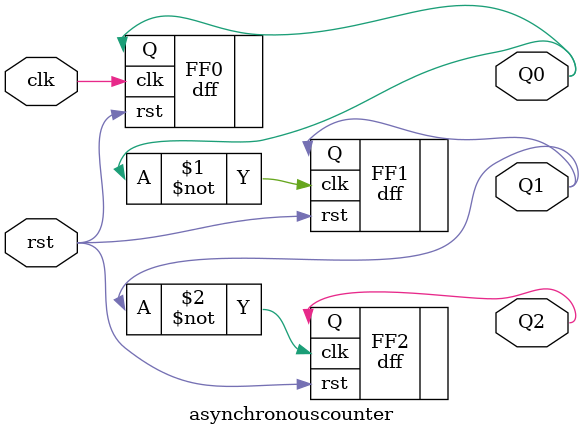
<source format=sv>
`timescale 1ns / 1ps


module asynchronouscounter(
    input clk,
    input rst,
    output logic Q0,
    output logic Q1, 
    output logic Q2
    );
    
    dff FF0(.clk(clk), .rst(rst), .Q(Q0));
    dff FF1(.clk(~Q0), .rst(rst), .Q(Q1));
    dff FF2(.clk(~Q1), .rst(rst), .Q(Q2));
endmodule

</source>
